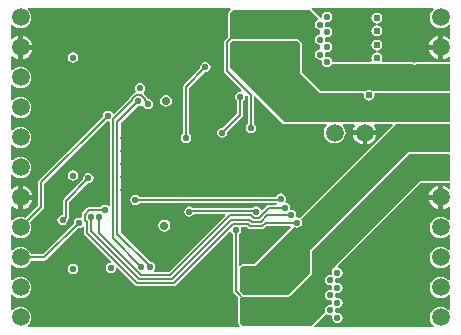
<source format=gbl>
G04 Layer_Physical_Order=4*
G04 Layer_Color=16711680*
%FSLAX25Y25*%
%MOIN*%
G70*
G01*
G75*
%ADD19C,0.00800*%
%ADD23C,0.06299*%
%ADD24C,0.05905*%
%ADD25C,0.02800*%
%ADD26C,0.02200*%
%ADD27C,0.02981*%
%ADD28C,0.02400*%
%ADD29C,0.02410*%
%ADD30C,0.01968*%
G36*
X-47656Y-7849D02*
X-46905Y-8600D01*
Y-15070D01*
Y-18412D01*
X-40268Y-25049D01*
X-25958D01*
X-25571Y-25549D01*
X-25641Y-25900D01*
X-25501Y-26602D01*
X-25103Y-27198D01*
X-24508Y-27596D01*
X-23806Y-27735D01*
X-23103Y-27596D01*
X-22508Y-27198D01*
X-22110Y-26602D01*
X-21970Y-25900D01*
X-22040Y-25549D01*
X-21653Y-25049D01*
X3190D01*
Y-34900D01*
X-24635D01*
X-25268Y-34817D01*
X-25902Y-34900D01*
X-34635D01*
X-35268Y-34817D01*
X-35902Y-34900D01*
X-51997D01*
X-69297Y-17600D01*
X-69305D01*
X-70205Y-16700D01*
X-70205Y-8642D01*
X-69413Y-7849D01*
X-47656Y-7849D01*
D02*
G37*
G36*
X3190Y-45954D02*
Y-54600D01*
X-6968Y-54600D01*
X-36268Y-83900D01*
X-36268Y-85572D01*
X-36655Y-85889D01*
X-36768Y-85867D01*
X-37432Y-85999D01*
X-37994Y-86374D01*
X-38370Y-86937D01*
X-38502Y-87600D01*
X-38370Y-88263D01*
X-37994Y-88826D01*
X-37432Y-89201D01*
X-36768Y-89333D01*
X-36655Y-89311D01*
X-36268Y-89628D01*
X-36268Y-90572D01*
X-36655Y-90889D01*
X-36768Y-90867D01*
X-37432Y-90999D01*
X-37994Y-91374D01*
X-38370Y-91937D01*
X-38502Y-92600D01*
X-38370Y-93263D01*
X-37994Y-93826D01*
X-37432Y-94201D01*
X-36768Y-94333D01*
X-36654Y-94311D01*
X-36268Y-94628D01*
X-36268Y-95456D01*
X-36768Y-95867D01*
X-36768Y-95867D01*
X-37432Y-95999D01*
X-37994Y-96374D01*
X-38370Y-96937D01*
X-38502Y-97600D01*
X-38418Y-98019D01*
X-43299Y-102900D01*
X-60115Y-102900D01*
X-60156Y-102800D01*
X-65806Y-102800D01*
X-66706Y-101900D01*
X-66705Y-93682D01*
X-66124Y-93100D01*
X-50968D01*
X-50918Y-93049D01*
X-50768D01*
X-50309Y-92859D01*
X-42946Y-85496D01*
X-42946Y-85496D01*
X-42946Y-85496D01*
X-42871Y-85316D01*
X-42756Y-85037D01*
X-42756Y-85037D01*
X-42756Y-85037D01*
X-42756Y-83800D01*
Y-77888D01*
X-10469Y-45600D01*
X2837Y-45600D01*
X3190Y-45954D01*
D02*
G37*
G36*
X-47905Y2400D02*
X-47905Y2400D01*
X-43568Y2400D01*
X-40856Y-313D01*
X-41019Y-857D01*
X-41494Y-1174D01*
X-41870Y-1737D01*
X-42002Y-2400D01*
X-41870Y-3063D01*
X-41494Y-3626D01*
X-40932Y-4001D01*
X-40268Y-4133D01*
X-40268Y-5667D01*
X-40932Y-5799D01*
X-41494Y-6174D01*
X-41870Y-6737D01*
X-42002Y-7400D01*
X-41870Y-8063D01*
X-41494Y-8626D01*
X-40932Y-9001D01*
X-40268Y-9133D01*
X-40268Y-10667D01*
X-40932Y-10799D01*
X-41494Y-11174D01*
X-41870Y-11737D01*
X-42002Y-12400D01*
X-41870Y-13063D01*
X-41494Y-13626D01*
X-40932Y-14001D01*
X-40268Y-14133D01*
X-39951Y-14070D01*
X-39560Y-14502D01*
X-39639Y-14900D01*
X-39507Y-15563D01*
X-39131Y-16126D01*
X-38569Y-16501D01*
X-37905Y-16633D01*
X-37242Y-16501D01*
X-36680Y-16126D01*
X-36304Y-15563D01*
X-36272Y-15400D01*
X-9701D01*
X-9408Y-15596D01*
X-8705Y-15735D01*
X-8003Y-15596D01*
X-7711Y-15400D01*
X3190D01*
Y-24400D01*
X-22810D01*
X-23103Y-24204D01*
X-23806Y-24065D01*
X-24508Y-24204D01*
X-24801Y-24400D01*
X-39999D01*
X-46256Y-18143D01*
Y-15070D01*
Y-8600D01*
X-46352Y-8370D01*
X-46446Y-8141D01*
X-47197Y-7390D01*
X-47197Y-7390D01*
X-47197Y-7390D01*
X-47413Y-7301D01*
X-47506Y-7262D01*
Y-7200D01*
X-69705Y-7200D01*
X-70205Y-6700D01*
X-70205Y1519D01*
X-69324Y2400D01*
X-47905Y2400D01*
D02*
G37*
G36*
X-110107Y-34870D02*
Y-62832D01*
X-110607Y-62984D01*
X-110680Y-62874D01*
X-111242Y-62499D01*
X-111906Y-62367D01*
X-112569Y-62499D01*
X-113131Y-62874D01*
X-113269Y-63080D01*
X-117055D01*
X-117446Y-63158D01*
X-117776Y-63379D01*
X-119367Y-64969D01*
X-119588Y-65300D01*
X-119665Y-65690D01*
Y-66483D01*
X-120165Y-66830D01*
X-120560Y-66752D01*
X-121223Y-66884D01*
X-121786Y-67259D01*
X-122161Y-67822D01*
X-122293Y-68485D01*
X-122245Y-68728D01*
X-132497Y-78980D01*
X-136577D01*
X-136897Y-78208D01*
X-137466Y-77466D01*
X-138208Y-76897D01*
X-139073Y-76539D01*
X-140000Y-76417D01*
X-140927Y-76539D01*
X-141792Y-76897D01*
X-142534Y-77466D01*
X-142691Y-77670D01*
X-143191Y-77500D01*
Y-72499D01*
X-142691Y-72330D01*
X-142534Y-72534D01*
X-141792Y-73103D01*
X-140927Y-73461D01*
X-140000Y-73583D01*
X-139073Y-73461D01*
X-138208Y-73103D01*
X-137466Y-72534D01*
X-136897Y-71792D01*
X-136539Y-70927D01*
X-136417Y-70000D01*
X-136539Y-69073D01*
X-136858Y-68300D01*
X-132379Y-63821D01*
X-132158Y-63490D01*
X-132080Y-63100D01*
Y-55422D01*
X-111143Y-34485D01*
X-110900Y-34533D01*
X-110607Y-34475D01*
X-110107Y-34870D01*
D02*
G37*
G36*
X-118965Y-69989D02*
Y-71735D01*
X-118888Y-72125D01*
X-118667Y-72456D01*
X-109839Y-81284D01*
X-109855Y-81412D01*
X-110036Y-81794D01*
X-110563Y-81899D01*
X-111126Y-82274D01*
X-111501Y-82837D01*
X-111633Y-83500D01*
X-111501Y-84163D01*
X-111126Y-84726D01*
X-110563Y-85101D01*
X-109900Y-85233D01*
X-109237Y-85101D01*
X-108674Y-84726D01*
X-108299Y-84163D01*
X-108194Y-83636D01*
X-107812Y-83455D01*
X-107684Y-83439D01*
X-101802Y-89321D01*
X-101471Y-89542D01*
X-101081Y-89620D01*
X-88938D01*
X-88548Y-89542D01*
X-88217Y-89321D01*
X-70356Y-71460D01*
X-69823Y-71634D01*
X-69494Y-72126D01*
X-69288Y-72263D01*
Y-91237D01*
X-69210Y-91627D01*
X-68989Y-91958D01*
X-67329Y-93619D01*
X-67355Y-93682D01*
X-67355Y-101900D01*
X-67355Y-101900D01*
X-67355Y-101900D01*
X-67273Y-102098D01*
X-67165Y-102359D01*
X-67165Y-102359D01*
X-67165Y-102359D01*
X-66795Y-102728D01*
X-66987Y-103190D01*
X-137501D01*
X-137670Y-102690D01*
X-137466Y-102534D01*
X-136897Y-101792D01*
X-136539Y-100927D01*
X-136417Y-100000D01*
X-136539Y-99073D01*
X-136897Y-98208D01*
X-137466Y-97466D01*
X-138208Y-96897D01*
X-139073Y-96539D01*
X-140000Y-96417D01*
X-140927Y-96539D01*
X-141792Y-96897D01*
X-142534Y-97466D01*
X-142691Y-97670D01*
X-143191Y-97500D01*
Y-92500D01*
X-142691Y-92330D01*
X-142534Y-92534D01*
X-141792Y-93103D01*
X-140927Y-93461D01*
X-140000Y-93583D01*
X-139073Y-93461D01*
X-138208Y-93103D01*
X-137466Y-92534D01*
X-136897Y-91792D01*
X-136539Y-90927D01*
X-136417Y-90000D01*
X-136539Y-89073D01*
X-136897Y-88208D01*
X-137466Y-87466D01*
X-138208Y-86897D01*
X-139073Y-86539D01*
X-140000Y-86417D01*
X-140927Y-86539D01*
X-141792Y-86897D01*
X-142534Y-87466D01*
X-142691Y-87670D01*
X-143191Y-87501D01*
Y-82499D01*
X-142691Y-82330D01*
X-142534Y-82534D01*
X-141792Y-83103D01*
X-140927Y-83461D01*
X-140000Y-83583D01*
X-139073Y-83461D01*
X-138208Y-83103D01*
X-137466Y-82534D01*
X-136897Y-81792D01*
X-136577Y-81020D01*
X-132075D01*
X-131685Y-80942D01*
X-131354Y-80721D01*
X-120803Y-70170D01*
X-120560Y-70218D01*
X-119897Y-70086D01*
X-119465Y-69798D01*
X-118965Y-69989D01*
D02*
G37*
G36*
X-49872Y-69881D02*
X-62141Y-82151D01*
X-65824D01*
X-66283Y-82341D01*
X-66749Y-82806D01*
X-67249Y-82599D01*
Y-72263D01*
X-67043Y-72126D01*
X-66667Y-71563D01*
X-66535Y-70900D01*
X-66650Y-70320D01*
X-66396Y-69820D01*
X-64720D01*
X-64219Y-70321D01*
X-63888Y-70542D01*
X-63498Y-70620D01*
X-59439D01*
X-59049Y-70542D01*
X-58718Y-70321D01*
X-57816Y-69420D01*
X-50064D01*
X-49872Y-69881D01*
D02*
G37*
G36*
X3190Y-55249D02*
Y-56900D01*
X2690Y-57082D01*
X1993Y-56547D01*
X1032Y-56149D01*
X750Y-56112D01*
Y-60000D01*
Y-63888D01*
X1032Y-63851D01*
X1993Y-63453D01*
X2690Y-62918D01*
X3190Y-63100D01*
Y-67501D01*
X2690Y-67670D01*
X2534Y-67466D01*
X1792Y-66897D01*
X927Y-66539D01*
X0Y-66417D01*
X-927Y-66539D01*
X-1792Y-66897D01*
X-2534Y-67466D01*
X-3103Y-68208D01*
X-3461Y-69073D01*
X-3583Y-70000D01*
X-3461Y-70927D01*
X-3103Y-71792D01*
X-2534Y-72534D01*
X-1792Y-73103D01*
X-927Y-73461D01*
X0Y-73583D01*
X927Y-73461D01*
X1792Y-73103D01*
X2534Y-72534D01*
X2690Y-72330D01*
X3190Y-72500D01*
X3190Y-77500D01*
X2690Y-77670D01*
X2534Y-77466D01*
X1792Y-76897D01*
X927Y-76539D01*
X0Y-76417D01*
X-927Y-76539D01*
X-1792Y-76897D01*
X-2534Y-77466D01*
X-3103Y-78208D01*
X-3461Y-79073D01*
X-3583Y-80000D01*
X-3461Y-80927D01*
X-3103Y-81792D01*
X-2534Y-82534D01*
X-1792Y-83103D01*
X-927Y-83461D01*
X0Y-83583D01*
X927Y-83461D01*
X1792Y-83103D01*
X2534Y-82534D01*
X2690Y-82330D01*
X3190Y-82499D01*
Y-87501D01*
X2690Y-87670D01*
X2534Y-87466D01*
X1792Y-86897D01*
X927Y-86539D01*
X0Y-86417D01*
X-927Y-86539D01*
X-1792Y-86897D01*
X-2534Y-87466D01*
X-3103Y-88208D01*
X-3461Y-89073D01*
X-3583Y-90000D01*
X-3461Y-90927D01*
X-3103Y-91792D01*
X-2534Y-92534D01*
X-1792Y-93103D01*
X-927Y-93461D01*
X0Y-93583D01*
X927Y-93461D01*
X1792Y-93103D01*
X2534Y-92534D01*
X2690Y-92330D01*
X3190Y-92500D01*
X3190Y-97500D01*
X2690Y-97670D01*
X2534Y-97466D01*
X1792Y-96897D01*
X927Y-96539D01*
X0Y-96417D01*
X-927Y-96539D01*
X-1792Y-96897D01*
X-2534Y-97466D01*
X-3103Y-98208D01*
X-3461Y-99073D01*
X-3583Y-100000D01*
X-3461Y-100927D01*
X-3103Y-101792D01*
X-2534Y-102534D01*
X-2330Y-102690D01*
X-2499Y-103190D01*
X-42018D01*
X-42209Y-102728D01*
X-38278Y-98798D01*
X-37994Y-98826D01*
X-37432Y-99201D01*
X-36768Y-99333D01*
X-36451Y-99270D01*
X-36060Y-99702D01*
X-36139Y-100100D01*
X-36007Y-100763D01*
X-35631Y-101326D01*
X-35069Y-101701D01*
X-34405Y-101833D01*
X-33742Y-101701D01*
X-33180Y-101326D01*
X-32804Y-100763D01*
X-32672Y-100100D01*
X-32804Y-99437D01*
X-33180Y-98874D01*
X-33742Y-98499D01*
X-34405Y-98367D01*
X-34723Y-98430D01*
X-35114Y-97998D01*
X-35035Y-97600D01*
X-35114Y-97202D01*
X-34723Y-96770D01*
X-34405Y-96833D01*
X-33742Y-96701D01*
X-33180Y-96326D01*
X-32804Y-95763D01*
X-32672Y-95100D01*
X-32804Y-94437D01*
X-33180Y-93874D01*
X-33742Y-93499D01*
X-34405Y-93367D01*
X-34723Y-93430D01*
X-35114Y-92998D01*
X-35035Y-92600D01*
X-35114Y-92202D01*
X-34723Y-91770D01*
X-34405Y-91833D01*
X-33742Y-91701D01*
X-33180Y-91326D01*
X-32804Y-90763D01*
X-32672Y-90100D01*
X-32804Y-89437D01*
X-33180Y-88874D01*
X-33742Y-88499D01*
X-34405Y-88367D01*
X-34723Y-88430D01*
X-35114Y-87998D01*
X-35035Y-87600D01*
X-35114Y-87202D01*
X-34723Y-86770D01*
X-34405Y-86833D01*
X-33742Y-86701D01*
X-33180Y-86326D01*
X-32804Y-85763D01*
X-32672Y-85100D01*
X-32804Y-84437D01*
X-33180Y-83874D01*
X-33742Y-83499D01*
X-34159Y-83416D01*
X-34331Y-82881D01*
X-6699Y-55249D01*
X3190Y-55249D01*
D02*
G37*
G36*
Y-44951D02*
X-10737D01*
X-43406Y-77619D01*
Y-83800D01*
X-43405Y-85037D01*
X-50768Y-92400D01*
X-65664D01*
X-66706Y-91358D01*
X-66705Y-83681D01*
X-65824Y-82800D01*
X-65171D01*
D01*
X-61872D01*
X-48816Y-69744D01*
X-48432Y-70001D01*
X-47768Y-70133D01*
X-47105Y-70001D01*
X-46543Y-69626D01*
X-46167Y-69063D01*
X-46035Y-68400D01*
X-46167Y-67737D01*
X-46424Y-67352D01*
X-14622Y-35549D01*
X3190D01*
X3190Y-44951D01*
D02*
G37*
G36*
X-2330Y2690D02*
X-2534Y2534D01*
X-3103Y1792D01*
X-3461Y927D01*
X-3583Y0D01*
X-3461Y-927D01*
X-3103Y-1792D01*
X-2534Y-2534D01*
X-1792Y-3103D01*
X-927Y-3461D01*
X0Y-3583D01*
X927Y-3461D01*
X1792Y-3103D01*
X2534Y-2534D01*
X2691Y-2330D01*
X3190Y-2499D01*
Y-6900D01*
X2691Y-7082D01*
X1993Y-6547D01*
X1032Y-6149D01*
X750Y-6112D01*
Y-10000D01*
Y-13888D01*
X1032Y-13851D01*
X1993Y-13453D01*
X2691Y-12918D01*
X3190Y-13100D01*
Y-14251D01*
X3190Y-14751D01*
X-7711D01*
X-7886Y-14823D01*
X-8071Y-14860D01*
X-8257Y-14984D01*
X-8705Y-15073D01*
X-9154Y-14984D01*
X-9340Y-14860D01*
X-9526Y-14823D01*
X-9701Y-14751D01*
X-19420D01*
X-19656Y-14310D01*
X-19584Y-14202D01*
X-19444Y-13500D01*
X-19584Y-12798D01*
X-19982Y-12202D01*
X-20577Y-11804D01*
X-21279Y-11665D01*
X-21982Y-11804D01*
X-22577Y-12202D01*
X-22975Y-12798D01*
X-23115Y-13500D01*
X-22975Y-14202D01*
X-22903Y-14310D01*
X-23139Y-14751D01*
X-36202D01*
X-36304Y-14237D01*
X-36680Y-13674D01*
X-37242Y-13299D01*
X-37905Y-13167D01*
X-38223Y-13230D01*
X-38614Y-12798D01*
X-38535Y-12400D01*
X-38614Y-12002D01*
X-38223Y-11570D01*
X-37905Y-11633D01*
X-37242Y-11501D01*
X-36680Y-11126D01*
X-36304Y-10563D01*
X-36172Y-9900D01*
X-36304Y-9237D01*
X-36680Y-8674D01*
X-37242Y-8299D01*
X-37905Y-8167D01*
X-38223Y-8230D01*
X-38614Y-7798D01*
X-38535Y-7400D01*
X-38614Y-7002D01*
X-38223Y-6570D01*
X-37905Y-6633D01*
X-37242Y-6501D01*
X-36680Y-6126D01*
X-36304Y-5563D01*
X-36172Y-4900D01*
X-36304Y-4237D01*
X-36680Y-3674D01*
X-37242Y-3299D01*
X-37905Y-3167D01*
X-38223Y-3230D01*
X-38614Y-2798D01*
X-38535Y-2400D01*
X-38614Y-2002D01*
X-38223Y-1570D01*
X-37905Y-1633D01*
X-37242Y-1501D01*
X-36680Y-1126D01*
X-36304Y-563D01*
X-36172Y100D01*
X-36304Y763D01*
X-36680Y1326D01*
X-37242Y1701D01*
X-37905Y1833D01*
X-38569Y1701D01*
X-39131Y1326D01*
X-39507Y763D01*
X-39639Y100D01*
X-40066Y-317D01*
X-40148Y-314D01*
X-40214Y-284D01*
X-40284Y-4D01*
X-40360Y57D01*
X-40397Y147D01*
X-42940Y2690D01*
X-42733Y3190D01*
X-2499D01*
X-2330Y2690D01*
D02*
G37*
G36*
X-69952D02*
X-70665Y1978D01*
X-70855Y1519D01*
X-70855Y-6408D01*
X-71989Y-7542D01*
X-72210Y-7873D01*
X-72288Y-8263D01*
Y-17900D01*
X-72210Y-18290D01*
X-71989Y-18621D01*
X-66375Y-24235D01*
X-66622Y-24696D01*
X-66768Y-24667D01*
X-67432Y-24799D01*
X-67994Y-25174D01*
X-68370Y-25737D01*
X-68502Y-26400D01*
X-68370Y-27063D01*
X-67994Y-27626D01*
X-67788Y-27763D01*
Y-31978D01*
X-72525Y-36715D01*
X-72768Y-36667D01*
X-73432Y-36799D01*
X-73994Y-37174D01*
X-74370Y-37737D01*
X-74502Y-38400D01*
X-74370Y-39063D01*
X-73994Y-39626D01*
X-73432Y-40001D01*
X-72768Y-40133D01*
X-72105Y-40001D01*
X-71543Y-39626D01*
X-71167Y-39063D01*
X-71035Y-38400D01*
X-71083Y-38157D01*
X-66047Y-33121D01*
X-65826Y-32790D01*
X-65749Y-32400D01*
Y-27763D01*
X-65543Y-27626D01*
X-65167Y-27063D01*
X-65035Y-26400D01*
X-65053Y-26311D01*
X-64621Y-26085D01*
X-64288Y-26351D01*
Y-35537D01*
X-64494Y-35674D01*
X-64870Y-36237D01*
X-65002Y-36900D01*
X-64870Y-37563D01*
X-64494Y-38126D01*
X-63932Y-38501D01*
X-63268Y-38633D01*
X-62605Y-38501D01*
X-62043Y-38126D01*
X-61667Y-37563D01*
X-61535Y-36900D01*
X-61667Y-36237D01*
X-62043Y-35674D01*
X-62249Y-35537D01*
Y-26274D01*
X-61749Y-26066D01*
X-52456Y-35359D01*
X-51997Y-35549D01*
X-38178D01*
X-37943Y-36049D01*
X-38372Y-36608D01*
X-38730Y-37473D01*
X-38852Y-38400D01*
X-38730Y-39327D01*
X-38372Y-40192D01*
X-37802Y-40934D01*
X-37060Y-41503D01*
X-36196Y-41861D01*
X-35268Y-41983D01*
X-34341Y-41861D01*
X-33477Y-41503D01*
X-32735Y-40934D01*
X-32165Y-40192D01*
X-31807Y-39327D01*
X-31685Y-38400D01*
X-31807Y-37473D01*
X-32165Y-36608D01*
X-32594Y-36049D01*
X-32359Y-35549D01*
X-28694D01*
X-28447Y-36049D01*
X-28721Y-36407D01*
X-29119Y-37368D01*
X-29157Y-37650D01*
X-21380D01*
X-21417Y-37368D01*
X-21816Y-36407D01*
X-22090Y-36049D01*
X-21843Y-35549D01*
X-16193D01*
X-16002Y-36011D01*
X-46883Y-66893D01*
X-46939Y-66910D01*
X-47105Y-66799D01*
X-47719Y-66677D01*
X-47771Y-66663D01*
X-48099Y-66223D01*
X-48035Y-65900D01*
X-48167Y-65237D01*
X-48543Y-64674D01*
X-49105Y-64299D01*
X-49719Y-64177D01*
X-49771Y-64163D01*
X-50099Y-63723D01*
X-50035Y-63400D01*
X-50167Y-62737D01*
X-50543Y-62174D01*
X-51105Y-61799D01*
X-51504Y-61719D01*
X-51753Y-61193D01*
X-51667Y-61063D01*
X-51535Y-60400D01*
X-51667Y-59737D01*
X-52043Y-59174D01*
X-52605Y-58799D01*
X-53268Y-58667D01*
X-53932Y-58799D01*
X-54494Y-59174D01*
X-54870Y-59737D01*
X-54878Y-59780D01*
X-100342D01*
X-100480Y-59574D01*
X-101042Y-59199D01*
X-101706Y-59067D01*
X-102369Y-59199D01*
X-102931Y-59574D01*
X-103307Y-60137D01*
X-103439Y-60800D01*
X-103307Y-61463D01*
X-102931Y-62026D01*
X-102369Y-62401D01*
X-101706Y-62533D01*
X-101042Y-62401D01*
X-100480Y-62026D01*
X-100342Y-61820D01*
X-54617D01*
X-54572Y-61880D01*
X-54823Y-62380D01*
X-57199D01*
X-57589Y-62458D01*
X-57920Y-62679D01*
X-59381Y-64140D01*
X-59914Y-63966D01*
X-60243Y-63474D01*
X-60805Y-63099D01*
X-61468Y-62967D01*
X-62132Y-63099D01*
X-62694Y-63474D01*
X-62765Y-63580D01*
X-82409D01*
X-82480Y-63474D01*
X-83042Y-63099D01*
X-83706Y-62967D01*
X-84369Y-63099D01*
X-84931Y-63474D01*
X-85307Y-64037D01*
X-85439Y-64700D01*
X-85307Y-65363D01*
X-84931Y-65926D01*
X-84369Y-66301D01*
X-83706Y-66433D01*
X-83042Y-66301D01*
X-82480Y-65926D01*
X-82275Y-65620D01*
X-72013D01*
X-71821Y-66082D01*
X-90520Y-84780D01*
X-95460D01*
X-95598Y-84496D01*
X-95650Y-84280D01*
X-95304Y-83763D01*
X-95172Y-83100D01*
X-95304Y-82437D01*
X-95680Y-81874D01*
X-96242Y-81499D01*
X-96905Y-81367D01*
X-96961Y-81378D01*
X-106668Y-71672D01*
Y-35410D01*
X-100943Y-29685D01*
X-100700Y-29733D01*
X-100037Y-29601D01*
X-99743Y-29405D01*
X-99205Y-29562D01*
X-99185Y-29588D01*
X-98826Y-30126D01*
X-98263Y-30501D01*
X-97600Y-30633D01*
X-96937Y-30501D01*
X-96374Y-30126D01*
X-95999Y-29563D01*
X-95867Y-28900D01*
X-95999Y-28237D01*
X-96374Y-27674D01*
X-96937Y-27299D01*
X-97491Y-27188D01*
X-97588Y-27091D01*
X-97658Y-26740D01*
X-97879Y-26409D01*
X-98866Y-25422D01*
X-98874Y-24826D01*
X-98832Y-24763D01*
X-98499Y-24263D01*
X-98367Y-23600D01*
X-98499Y-22937D01*
X-98874Y-22374D01*
X-99437Y-21999D01*
X-100100Y-21867D01*
X-100763Y-21999D01*
X-101326Y-22374D01*
X-101701Y-22937D01*
X-101833Y-23600D01*
X-101701Y-24263D01*
X-101612Y-24398D01*
X-101611Y-24406D01*
X-101853Y-24937D01*
X-101960Y-24958D01*
X-102291Y-25179D01*
X-103521Y-26409D01*
X-103742Y-26740D01*
X-103820Y-27130D01*
Y-27248D01*
X-108812Y-32240D01*
X-109346Y-32066D01*
X-109674Y-31574D01*
X-110237Y-31199D01*
X-110900Y-31067D01*
X-111563Y-31199D01*
X-112126Y-31574D01*
X-112501Y-32137D01*
X-112633Y-32800D01*
X-112585Y-33043D01*
X-133821Y-54279D01*
X-134042Y-54610D01*
X-134120Y-55000D01*
Y-62678D01*
X-138300Y-66859D01*
X-139073Y-66539D01*
X-140000Y-66417D01*
X-140927Y-66539D01*
X-141792Y-66897D01*
X-142534Y-67466D01*
X-142691Y-67670D01*
X-143191Y-67501D01*
Y-63100D01*
X-142691Y-62918D01*
X-141993Y-63453D01*
X-141032Y-63851D01*
X-140750Y-63888D01*
Y-60000D01*
Y-56112D01*
X-141032Y-56149D01*
X-141993Y-56547D01*
X-142691Y-57082D01*
X-143191Y-56900D01*
Y-52499D01*
X-142691Y-52330D01*
X-142534Y-52534D01*
X-141792Y-53103D01*
X-140927Y-53461D01*
X-140000Y-53583D01*
X-139073Y-53461D01*
X-138208Y-53103D01*
X-137466Y-52534D01*
X-136897Y-51792D01*
X-136539Y-50927D01*
X-136417Y-50000D01*
X-136539Y-49073D01*
X-136897Y-48208D01*
X-137466Y-47466D01*
X-138208Y-46897D01*
X-139073Y-46539D01*
X-140000Y-46417D01*
X-140927Y-46539D01*
X-141792Y-46897D01*
X-142534Y-47466D01*
X-142691Y-47670D01*
X-143191Y-47501D01*
Y-42499D01*
X-142691Y-42330D01*
X-142534Y-42534D01*
X-141792Y-43103D01*
X-140927Y-43461D01*
X-140000Y-43583D01*
X-139073Y-43461D01*
X-138208Y-43103D01*
X-137466Y-42534D01*
X-136897Y-41792D01*
X-136539Y-40927D01*
X-136417Y-40000D01*
X-136539Y-39073D01*
X-136897Y-38208D01*
X-137466Y-37466D01*
X-138208Y-36897D01*
X-139073Y-36539D01*
X-140000Y-36417D01*
X-140927Y-36539D01*
X-141792Y-36897D01*
X-142534Y-37466D01*
X-142691Y-37670D01*
X-143191Y-37501D01*
X-143191Y-32499D01*
X-142691Y-32330D01*
X-142534Y-32534D01*
X-141792Y-33103D01*
X-140927Y-33461D01*
X-140000Y-33583D01*
X-139073Y-33461D01*
X-138208Y-33103D01*
X-137466Y-32534D01*
X-136897Y-31792D01*
X-136539Y-30927D01*
X-136417Y-30000D01*
X-136539Y-29073D01*
X-136897Y-28208D01*
X-137466Y-27466D01*
X-138208Y-26897D01*
X-139073Y-26539D01*
X-140000Y-26417D01*
X-140927Y-26539D01*
X-141792Y-26897D01*
X-142534Y-27466D01*
X-142691Y-27670D01*
X-143191Y-27501D01*
Y-22499D01*
X-142691Y-22330D01*
X-142534Y-22534D01*
X-141792Y-23103D01*
X-140927Y-23461D01*
X-140000Y-23583D01*
X-139073Y-23461D01*
X-138208Y-23103D01*
X-137466Y-22534D01*
X-136897Y-21792D01*
X-136539Y-20927D01*
X-136417Y-20000D01*
X-136539Y-19073D01*
X-136897Y-18208D01*
X-137466Y-17466D01*
X-138208Y-16897D01*
X-139073Y-16539D01*
X-140000Y-16417D01*
X-140927Y-16539D01*
X-141792Y-16897D01*
X-142534Y-17466D01*
X-142691Y-17670D01*
X-143191Y-17501D01*
Y-13100D01*
X-142691Y-12918D01*
X-141993Y-13453D01*
X-141032Y-13851D01*
X-140750Y-13888D01*
Y-10000D01*
Y-6112D01*
X-141032Y-6149D01*
X-141993Y-6547D01*
X-142691Y-7082D01*
X-143191Y-6900D01*
Y-2499D01*
X-142691Y-2330D01*
X-142534Y-2534D01*
X-141792Y-3103D01*
X-140927Y-3461D01*
X-140000Y-3583D01*
X-139073Y-3461D01*
X-138208Y-3103D01*
X-137466Y-2534D01*
X-136897Y-1792D01*
X-136539Y-927D01*
X-136417Y0D01*
X-136539Y927D01*
X-136897Y1792D01*
X-137466Y2534D01*
X-137670Y2690D01*
X-137501Y3190D01*
X-70159D01*
X-69952Y2690D01*
D02*
G37*
%LPC*%
G36*
X-117405Y-51867D02*
X-118069Y-51999D01*
X-118631Y-52374D01*
X-119007Y-52937D01*
X-119139Y-53600D01*
X-119090Y-53843D01*
X-125627Y-60379D01*
X-125847Y-60710D01*
X-125925Y-61100D01*
Y-65801D01*
X-126005Y-65867D01*
X-126669Y-65999D01*
X-127231Y-66374D01*
X-127607Y-66937D01*
X-127739Y-67600D01*
X-127607Y-68263D01*
X-127231Y-68826D01*
X-126669Y-69201D01*
X-126005Y-69333D01*
X-125342Y-69201D01*
X-124780Y-68826D01*
X-124404Y-68263D01*
X-124272Y-67600D01*
X-124321Y-67357D01*
X-124185Y-67221D01*
X-123963Y-66890D01*
X-123886Y-66500D01*
Y-61522D01*
X-117649Y-55285D01*
X-117405Y-55333D01*
X-116742Y-55201D01*
X-116180Y-54826D01*
X-115804Y-54263D01*
X-115672Y-53600D01*
X-115804Y-52937D01*
X-116180Y-52374D01*
X-116742Y-51999D01*
X-117405Y-51867D01*
D02*
G37*
G36*
X-122500Y-50967D02*
X-123163Y-51099D01*
X-123726Y-51474D01*
X-124101Y-52037D01*
X-124233Y-52700D01*
X-124101Y-53363D01*
X-123726Y-53926D01*
X-123163Y-54301D01*
X-122500Y-54433D01*
X-121837Y-54301D01*
X-121274Y-53926D01*
X-120899Y-53363D01*
X-120767Y-52700D01*
X-120899Y-52037D01*
X-121274Y-51474D01*
X-121837Y-51099D01*
X-122500Y-50967D01*
D02*
G37*
G36*
Y-82067D02*
X-123163Y-82199D01*
X-123726Y-82574D01*
X-124101Y-83137D01*
X-124233Y-83800D01*
X-124101Y-84463D01*
X-123726Y-85026D01*
X-123163Y-85401D01*
X-122500Y-85533D01*
X-121837Y-85401D01*
X-121274Y-85026D01*
X-120899Y-84463D01*
X-120767Y-83800D01*
X-120899Y-83137D01*
X-121274Y-82574D01*
X-121837Y-82199D01*
X-122500Y-82067D01*
D02*
G37*
G36*
X-750Y-56112D02*
X-1032Y-56149D01*
X-1993Y-56547D01*
X-2819Y-57181D01*
X-3453Y-58007D01*
X-3851Y-58968D01*
X-3888Y-59250D01*
X-750D01*
Y-56112D01*
D02*
G37*
G36*
Y-60750D02*
X-3888D01*
X-3851Y-61032D01*
X-3453Y-61993D01*
X-2819Y-62819D01*
X-1993Y-63453D01*
X-1032Y-63851D01*
X-750Y-63888D01*
Y-60750D01*
D02*
G37*
G36*
X-21279Y-2665D02*
X-21982Y-2804D01*
X-22577Y-3202D01*
X-22975Y-3798D01*
X-23115Y-4500D01*
X-22975Y-5202D01*
X-22577Y-5798D01*
X-21982Y-6196D01*
X-21279Y-6335D01*
X-20577Y-6196D01*
X-19982Y-5798D01*
X-19584Y-5202D01*
X-19444Y-4500D01*
X-19584Y-3798D01*
X-19982Y-3202D01*
X-20577Y-2804D01*
X-21279Y-2665D01*
D02*
G37*
G36*
Y1535D02*
X-21982Y1396D01*
X-22577Y998D01*
X-22975Y402D01*
X-23115Y-300D01*
X-22975Y-1002D01*
X-22577Y-1598D01*
X-21982Y-1996D01*
X-21279Y-2135D01*
X-20577Y-1996D01*
X-19982Y-1598D01*
X-19584Y-1002D01*
X-19444Y-300D01*
X-19584Y402D01*
X-19982Y998D01*
X-20577Y1396D01*
X-21279Y1535D01*
D02*
G37*
G36*
X-750Y-10750D02*
X-3888D01*
X-3851Y-11032D01*
X-3453Y-11993D01*
X-2819Y-12819D01*
X-1993Y-13453D01*
X-1032Y-13851D01*
X-750Y-13888D01*
Y-10750D01*
D02*
G37*
G36*
X-21279Y-7465D02*
X-21982Y-7604D01*
X-22577Y-8002D01*
X-22975Y-8598D01*
X-23115Y-9300D01*
X-22975Y-10002D01*
X-22577Y-10598D01*
X-21982Y-10995D01*
X-21279Y-11135D01*
X-20577Y-10995D01*
X-19982Y-10598D01*
X-19584Y-10002D01*
X-19444Y-9300D01*
X-19584Y-8598D01*
X-19982Y-8002D01*
X-20577Y-7604D01*
X-21279Y-7465D01*
D02*
G37*
G36*
X-750Y-6112D02*
X-1032Y-6149D01*
X-1993Y-6547D01*
X-2819Y-7181D01*
X-3453Y-8007D01*
X-3851Y-8968D01*
X-3888Y-9250D01*
X-750D01*
Y-6112D01*
D02*
G37*
G36*
X-139250Y-56112D02*
Y-59250D01*
X-136112D01*
X-136149Y-58968D01*
X-136547Y-58007D01*
X-137181Y-57181D01*
X-138007Y-56547D01*
X-138968Y-56149D01*
X-139250Y-56112D01*
D02*
G37*
G36*
X-92106Y-67361D02*
X-92886Y-67516D01*
X-93547Y-67958D01*
X-93989Y-68620D01*
X-94145Y-69400D01*
X-93989Y-70180D01*
X-93547Y-70842D01*
X-92886Y-71284D01*
X-92106Y-71439D01*
X-91325Y-71284D01*
X-90664Y-70842D01*
X-90222Y-70180D01*
X-90066Y-69400D01*
X-90222Y-68620D01*
X-90664Y-67958D01*
X-91325Y-67516D01*
X-92106Y-67361D01*
D02*
G37*
G36*
X-136112Y-60750D02*
X-139250D01*
Y-63888D01*
X-138968Y-63851D01*
X-138007Y-63453D01*
X-137181Y-62819D01*
X-136547Y-61993D01*
X-136149Y-61032D01*
X-136112Y-60750D01*
D02*
G37*
G36*
X-91505Y-25761D02*
X-92286Y-25916D01*
X-92947Y-26358D01*
X-93389Y-27020D01*
X-93545Y-27800D01*
X-93389Y-28580D01*
X-92947Y-29242D01*
X-92286Y-29684D01*
X-91505Y-29839D01*
X-90725Y-29684D01*
X-90064Y-29242D01*
X-89622Y-28580D01*
X-89466Y-27800D01*
X-89622Y-27020D01*
X-90064Y-26358D01*
X-90725Y-25916D01*
X-91505Y-25761D01*
D02*
G37*
G36*
X-78405Y-14867D02*
X-79069Y-14999D01*
X-79631Y-15374D01*
X-80007Y-15937D01*
X-80139Y-16600D01*
X-80090Y-16843D01*
X-85627Y-22379D01*
X-85848Y-22710D01*
X-85925Y-23100D01*
Y-38737D01*
X-86131Y-38874D01*
X-86507Y-39437D01*
X-86639Y-40100D01*
X-86507Y-40763D01*
X-86131Y-41326D01*
X-85569Y-41701D01*
X-84905Y-41833D01*
X-84242Y-41701D01*
X-83680Y-41326D01*
X-83304Y-40763D01*
X-83172Y-40100D01*
X-83304Y-39437D01*
X-83680Y-38874D01*
X-83886Y-38737D01*
Y-23522D01*
X-78649Y-18285D01*
X-78405Y-18333D01*
X-77742Y-18201D01*
X-77180Y-17826D01*
X-76804Y-17263D01*
X-76672Y-16600D01*
X-76804Y-15937D01*
X-77180Y-15374D01*
X-77742Y-14999D01*
X-78405Y-14867D01*
D02*
G37*
G36*
X-136112Y-10750D02*
X-139250D01*
Y-13888D01*
X-138968Y-13851D01*
X-138007Y-13453D01*
X-137181Y-12819D01*
X-136547Y-11993D01*
X-136149Y-11032D01*
X-136112Y-10750D01*
D02*
G37*
G36*
X-122500Y-11667D02*
X-123163Y-11799D01*
X-123726Y-12174D01*
X-124101Y-12737D01*
X-124233Y-13400D01*
X-124101Y-14063D01*
X-123726Y-14626D01*
X-123163Y-15001D01*
X-122500Y-15133D01*
X-121837Y-15001D01*
X-121274Y-14626D01*
X-120899Y-14063D01*
X-120767Y-13400D01*
X-120899Y-12737D01*
X-121274Y-12174D01*
X-121837Y-11799D01*
X-122500Y-11667D01*
D02*
G37*
G36*
X-139250Y-6112D02*
Y-9250D01*
X-136112D01*
X-136149Y-8968D01*
X-136547Y-8007D01*
X-137181Y-7181D01*
X-138007Y-6547D01*
X-138968Y-6149D01*
X-139250Y-6112D01*
D02*
G37*
G36*
X-26018Y-39150D02*
X-29157D01*
X-29119Y-39432D01*
X-28721Y-40393D01*
X-28087Y-41219D01*
X-27262Y-41853D01*
X-26300Y-42251D01*
X-26018Y-42288D01*
Y-39150D01*
D02*
G37*
G36*
X-21380D02*
X-24518D01*
Y-42288D01*
X-24237Y-42251D01*
X-23275Y-41853D01*
X-22449Y-41219D01*
X-21816Y-40393D01*
X-21417Y-39432D01*
X-21380Y-39150D01*
D02*
G37*
%LPD*%
D19*
X-124906Y-61100D02*
X-117405Y-53600D01*
X-133100Y-63100D02*
Y-55000D01*
X-140000Y-70000D02*
X-133100Y-63100D01*
Y-55000D02*
X-110900Y-32800D01*
X-96905Y-83100D02*
Y-82876D01*
X-107687Y-34987D02*
X-100700Y-28000D01*
X-84905Y-40100D02*
Y-23100D01*
X-78405Y-16600D01*
X-98600Y-27521D02*
Y-27130D01*
X-97600Y-28900D02*
Y-28521D01*
X-98600Y-27521D02*
X-97600Y-28521D01*
X-99830Y-25900D02*
X-98600Y-27130D01*
X-126005Y-67600D02*
X-124906Y-66500D01*
Y-61100D01*
X-140000Y-80000D02*
X-132075D01*
X-101570Y-25900D02*
X-99830D01*
X-109087Y-33957D02*
X-102800Y-27670D01*
Y-27130D02*
X-101570Y-25900D01*
X-109087Y-73664D02*
X-99705Y-83046D01*
X-102800Y-27670D02*
Y-27130D01*
X-107687Y-72094D02*
X-96905Y-82876D01*
X-107687Y-72094D02*
Y-34987D01*
X-109087Y-73664D02*
Y-33957D01*
X-132075Y-80000D02*
X-120560Y-68485D01*
X-53668Y-60800D02*
X-53268Y-60400D01*
X-101706Y-60800D02*
X-53668D01*
X-118646Y-67430D02*
X-117946Y-68130D01*
X-118646Y-67430D02*
Y-65690D01*
X-117946Y-71735D02*
X-101081Y-88600D01*
X-117946Y-71735D02*
Y-68130D01*
X-117055Y-64100D02*
X-111906D01*
X-118646Y-65690D02*
X-117055Y-64100D01*
X-116546Y-71155D02*
Y-66560D01*
X-113706Y-72015D02*
Y-66400D01*
X-116546Y-71155D02*
X-100501Y-87200D01*
X-113706Y-72015D02*
X-99921Y-85800D01*
X-58239Y-68400D02*
X-47768D01*
X-57199Y-63400D02*
X-51768D01*
X-57719Y-65900D02*
X-49768D01*
X-60019Y-68200D02*
X-57719Y-65900D01*
X-60599Y-66800D02*
X-57199Y-63400D01*
X-62338Y-66800D02*
X-60599D01*
X-62918Y-68200D02*
X-60019D01*
X-63498Y-69600D02*
X-59439D01*
X-58239Y-68400D01*
X-68268Y-91237D02*
X-64406Y-95100D01*
X-68268Y-91237D02*
Y-70900D01*
X-83706Y-64700D02*
X-83605Y-64600D01*
X-61568D02*
X-61468Y-64700D01*
X-83605Y-64600D02*
X-61568D01*
X-99921Y-85800D02*
X-90098D01*
X-70298Y-66000D01*
X-63138D01*
X-62338Y-66800D01*
X-100501Y-87200D02*
X-89518D01*
X-69718Y-67400D01*
X-63718D01*
X-62918Y-68200D01*
X-101081Y-88600D02*
X-88938D01*
X-69138Y-68800D01*
X-64298D01*
X-63498Y-69600D01*
X-72768Y-38400D02*
X-66768Y-32400D01*
Y-26400D01*
X-63268Y-36900D02*
Y-25900D01*
X-71268Y-17900D02*
X-63268Y-25900D01*
X-71268Y-17900D02*
Y-8263D01*
X-67905Y-4900D01*
D23*
X0Y-50000D02*
D03*
Y-40000D02*
D03*
Y-30000D02*
D03*
Y-20000D02*
D03*
D24*
X-140000Y-60000D02*
D03*
Y-100000D02*
D03*
Y-90000D02*
D03*
Y-80000D02*
D03*
Y-70000D02*
D03*
Y-20000D02*
D03*
Y-30000D02*
D03*
Y-40000D02*
D03*
Y-50000D02*
D03*
X0Y-80000D02*
D03*
Y-100000D02*
D03*
Y-90000D02*
D03*
X-140000Y0D02*
D03*
Y-10000D02*
D03*
X0Y0D02*
D03*
Y-10000D02*
D03*
Y-60000D02*
D03*
Y-70000D02*
D03*
X-35268Y-38400D02*
D03*
X-25268D02*
D03*
D25*
X-91505Y-27800D02*
D03*
X-128300Y-64300D02*
D03*
X-100500Y-19800D02*
D03*
X-92106Y-69400D02*
D03*
D26*
X-100100Y-23600D02*
D03*
X-117405Y-53600D02*
D03*
X-119235Y-49771D02*
D03*
X-37905Y-14900D02*
D03*
Y-9900D02*
D03*
Y-4900D02*
D03*
Y100D02*
D03*
X-84905Y-40100D02*
D03*
X-78405Y-16600D02*
D03*
X-109900Y-83500D02*
D03*
X-100700Y-28000D02*
D03*
X-97600Y-28900D02*
D03*
X-122500Y-83800D02*
D03*
X-110900Y-32800D02*
D03*
X-122500Y-13400D02*
D03*
Y-52700D02*
D03*
X-126005Y-67600D02*
D03*
X-99705Y-83046D02*
D03*
X-96905Y-83100D02*
D03*
X-120560Y-68485D02*
D03*
X-85905Y-17700D02*
D03*
X-83706Y-64700D02*
D03*
X-101706Y-60800D02*
D03*
X-67905Y-9900D02*
D03*
Y-14900D02*
D03*
X-58631D02*
D03*
Y-9900D02*
D03*
Y-4900D02*
D03*
Y100D02*
D03*
X-67905D02*
D03*
Y-4900D02*
D03*
X-49244Y-14900D02*
D03*
Y-9900D02*
D03*
X-49301Y100D02*
D03*
X-45801Y-85100D02*
D03*
X-45744Y-95100D02*
D03*
X-64406Y-90100D02*
D03*
Y-85100D02*
D03*
X-55131D02*
D03*
Y-90100D02*
D03*
Y-95100D02*
D03*
Y-100100D02*
D03*
X-64406D02*
D03*
Y-95100D02*
D03*
X-40268Y-2400D02*
D03*
Y-7400D02*
D03*
Y-12400D02*
D03*
X-36768Y-87600D02*
D03*
Y-92600D02*
D03*
Y-97600D02*
D03*
X-34405Y-100100D02*
D03*
Y-95100D02*
D03*
Y-90100D02*
D03*
Y-85100D02*
D03*
X-61468Y-64700D02*
D03*
X-47768Y-68400D02*
D03*
X-49768Y-65900D02*
D03*
X-51768Y-63400D02*
D03*
X-53268Y-60400D02*
D03*
X-111906Y-64100D02*
D03*
X-116546Y-66560D02*
D03*
X-113706Y-66400D02*
D03*
X-68268Y-70900D02*
D03*
X-72768Y-38400D02*
D03*
X-66768Y-26400D02*
D03*
X-63268Y-36900D02*
D03*
D27*
X-108405Y-500D02*
D03*
Y-5500D02*
D03*
X-112406D02*
D03*
Y-500D02*
D03*
X-108905Y-95100D02*
D03*
Y-100100D02*
D03*
X-104905D02*
D03*
Y-95100D02*
D03*
D28*
X-92567Y-80546D02*
D03*
X-111805Y-87700D02*
D03*
X-109306Y-17200D02*
D03*
X-23806Y-25900D02*
D03*
X-8705Y-700D02*
D03*
Y-4900D02*
D03*
X-8705Y-13900D02*
D03*
Y-9700D02*
D03*
X-14711Y-80600D02*
D03*
Y-76400D02*
D03*
X-111768Y-29400D02*
D03*
X-119268Y-35400D02*
D03*
X-21279Y-9300D02*
D03*
Y-13500D02*
D03*
X-21279Y-4500D02*
D03*
Y-300D02*
D03*
X-78268Y-31900D02*
D03*
X-72268Y-25400D02*
D03*
X-78268Y-12400D02*
D03*
D29*
X-131127Y-19973D02*
D03*
X-127377Y-87473D02*
D03*
Y-27473D02*
D03*
X-123627Y-4973D02*
D03*
X-119877Y-87473D02*
D03*
X-116127Y-4973D02*
D03*
X-63627Y-49973D02*
D03*
X-59877Y-72473D02*
D03*
X-56127Y-49973D02*
D03*
X-59877Y-42473D02*
D03*
X-48627Y-49973D02*
D03*
X-52377Y-42473D02*
D03*
X-44877Y-57473D02*
D03*
X-41127Y-49973D02*
D03*
X-44877Y-42473D02*
D03*
X-33627Y-49973D02*
D03*
X-29877Y-42473D02*
D03*
X-22377Y-87473D02*
D03*
X-14877D02*
D03*
X-11127Y-64973D02*
D03*
X-3627D02*
D03*
Y-4973D02*
D03*
D30*
X-88380Y-40125D02*
D03*
Y-44456D02*
D03*
Y-48787D02*
D03*
Y-53117D02*
D03*
Y-57448D02*
D03*
X-92711Y-40125D02*
D03*
Y-44456D02*
D03*
Y-48787D02*
D03*
Y-53117D02*
D03*
Y-57448D02*
D03*
X-97042Y-40125D02*
D03*
Y-44456D02*
D03*
Y-48787D02*
D03*
Y-53117D02*
D03*
Y-57448D02*
D03*
X-101372Y-40125D02*
D03*
Y-44456D02*
D03*
Y-48787D02*
D03*
Y-53117D02*
D03*
Y-57448D02*
D03*
X-105703Y-40125D02*
D03*
Y-44456D02*
D03*
Y-48787D02*
D03*
Y-53117D02*
D03*
Y-57448D02*
D03*
M02*

</source>
